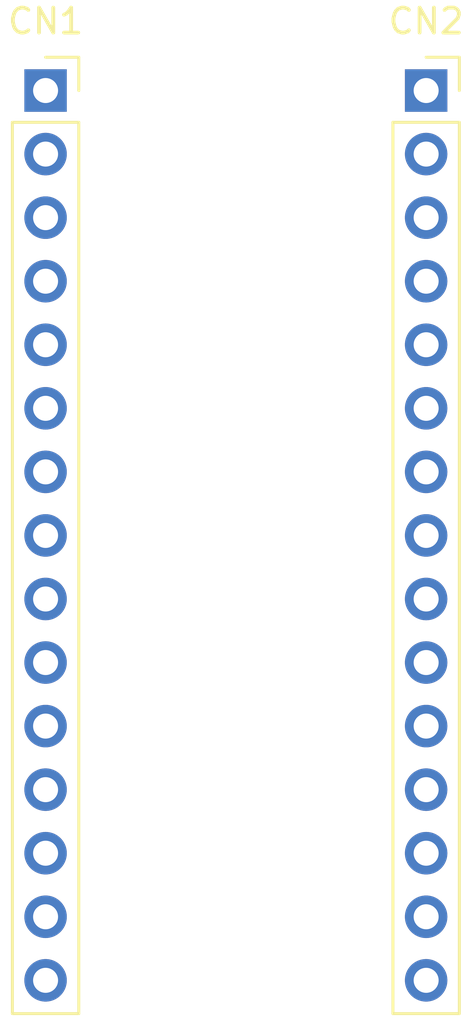
<source format=kicad_pcb>
(kicad_pcb (version 20171130) (host pcbnew 5.1.9-73d0e3b20d~88~ubuntu18.04.1)

  (general
    (thickness 1.6)
    (drawings 0)
    (tracks 0)
    (zones 0)
    (modules 2)
    (nets 29)
  )

  (page A4)
  (title_block
    (title NUCLEO-32-MB1180)
  )

  (layers
    (0 F.Cu signal)
    (31 B.Cu signal)
    (32 B.Adhes user)
    (33 F.Adhes user)
    (34 B.Paste user)
    (35 F.Paste user)
    (36 B.SilkS user)
    (37 F.SilkS user)
    (38 B.Mask user)
    (39 F.Mask user)
    (40 Dwgs.User user)
    (41 Cmts.User user)
    (42 Eco1.User user)
    (43 Eco2.User user)
    (44 Edge.Cuts user)
    (45 Margin user)
    (46 B.CrtYd user)
    (47 F.CrtYd user)
    (48 B.Fab user)
    (49 F.Fab user)
  )

  (setup
    (last_trace_width 0.25)
    (trace_clearance 0.2)
    (zone_clearance 0.508)
    (zone_45_only no)
    (trace_min 0.2)
    (via_size 0.8)
    (via_drill 0.4)
    (via_min_size 0.4)
    (via_min_drill 0.3)
    (uvia_size 0.3)
    (uvia_drill 0.1)
    (uvias_allowed no)
    (uvia_min_size 0.2)
    (uvia_min_drill 0.1)
    (edge_width 0.05)
    (segment_width 0.2)
    (pcb_text_width 0.3)
    (pcb_text_size 1.5 1.5)
    (mod_edge_width 0.12)
    (mod_text_size 1 1)
    (mod_text_width 0.15)
    (pad_size 1.524 1.524)
    (pad_drill 0.762)
    (pad_to_mask_clearance 0)
    (aux_axis_origin 139.7 91.44)
    (visible_elements FFFFFF7F)
    (pcbplotparams
      (layerselection 0x010fc_ffffffff)
      (usegerberextensions false)
      (usegerberattributes true)
      (usegerberadvancedattributes true)
      (creategerberjobfile true)
      (excludeedgelayer true)
      (linewidth 0.100000)
      (plotframeref false)
      (viasonmask false)
      (mode 1)
      (useauxorigin false)
      (hpglpennumber 1)
      (hpglpenspeed 20)
      (hpglpendiameter 15.000000)
      (psnegative false)
      (psa4output false)
      (plotreference true)
      (plotvalue true)
      (plotinvisibletext false)
      (padsonsilk false)
      (subtractmaskfromsilk false)
      (outputformat 1)
      (mirror false)
      (drillshape 1)
      (scaleselection 1)
      (outputdirectory ""))
  )

  (net 0 "")
  (net 1 /Connectors/PB14)
  (net 2 /Connectors/PB5)
  (net 3 /Connectors/PA11)
  (net 4 /Connectors/PA8)
  (net 5 /Connectors/PF1)
  (net 6 /Connectors/PF0)
  (net 7 /Connectors/PB1)
  (net 8 /Connectors/PB6)
  (net 9 /Connectors/PB7)
  (net 10 /Connectors/PB0)
  (net 11 /Connectors/PA12)
  (net 12 GND)
  (net 13 /Connectors/NRST)
  (net 14 /Connectors/PA10)
  (net 15 /Connectors/PA9)
  (net 16 /Connectors/VIN)
  (net 17 +5V)
  (net 18 /Connectors/PA2)
  (net 19 /Connectors/PA7)
  (net 20 /Connectors/PA6)
  (net 21 /Connectors/PA5)
  (net 22 /Connectors/PA4)
  (net 23 /Connectors/PA3)
  (net 24 /Connectors/PA1)
  (net 25 /Connectors/PA0)
  (net 26 /Connectors/AREF)
  (net 27 +3V3)
  (net 28 /Connectors/PB3)

  (net_class Default "This is the default net class."
    (clearance 0.2)
    (trace_width 0.25)
    (via_dia 0.8)
    (via_drill 0.4)
    (uvia_dia 0.3)
    (uvia_drill 0.1)
    (add_net +3V3)
    (add_net +5V)
    (add_net /Connectors/AREF)
    (add_net /Connectors/NRST)
    (add_net /Connectors/PA0)
    (add_net /Connectors/PA1)
    (add_net /Connectors/PA10)
    (add_net /Connectors/PA11)
    (add_net /Connectors/PA12)
    (add_net /Connectors/PA2)
    (add_net /Connectors/PA3)
    (add_net /Connectors/PA4)
    (add_net /Connectors/PA5)
    (add_net /Connectors/PA6)
    (add_net /Connectors/PA7)
    (add_net /Connectors/PA8)
    (add_net /Connectors/PA9)
    (add_net /Connectors/PB0)
    (add_net /Connectors/PB1)
    (add_net /Connectors/PB14)
    (add_net /Connectors/PB3)
    (add_net /Connectors/PB5)
    (add_net /Connectors/PB6)
    (add_net /Connectors/PB7)
    (add_net /Connectors/PF0)
    (add_net /Connectors/PF1)
    (add_net /Connectors/VIN)
    (add_net GND)
  )

  (module Connector_PinSocket_2.54mm:PinSocket_1x15_P2.54mm_Vertical locked (layer F.Cu) (tedit 5A19A41D) (tstamp 600C379E)
    (at 139.7 91.44)
    (descr "Through hole straight socket strip, 1x15, 2.54mm pitch, single row (from Kicad 4.0.7), script generated")
    (tags "Through hole socket strip THT 1x15 2.54mm single row")
    (path /600C228D/600C2485)
    (fp_text reference CN1 (at 0 -2.77) (layer F.SilkS)
      (effects (font (size 1 1) (thickness 0.15)))
    )
    (fp_text value Conn_01x15 (at 0 38.33) (layer F.Fab) hide
      (effects (font (size 1 1) (thickness 0.15)))
    )
    (fp_line (start -1.8 37.3) (end -1.8 -1.8) (layer F.CrtYd) (width 0.05))
    (fp_line (start 1.75 37.3) (end -1.8 37.3) (layer F.CrtYd) (width 0.05))
    (fp_line (start 1.75 -1.8) (end 1.75 37.3) (layer F.CrtYd) (width 0.05))
    (fp_line (start -1.8 -1.8) (end 1.75 -1.8) (layer F.CrtYd) (width 0.05))
    (fp_line (start 0 -1.33) (end 1.33 -1.33) (layer F.SilkS) (width 0.12))
    (fp_line (start 1.33 -1.33) (end 1.33 0) (layer F.SilkS) (width 0.12))
    (fp_line (start 1.33 1.27) (end 1.33 36.89) (layer F.SilkS) (width 0.12))
    (fp_line (start -1.33 36.89) (end 1.33 36.89) (layer F.SilkS) (width 0.12))
    (fp_line (start -1.33 1.27) (end -1.33 36.89) (layer F.SilkS) (width 0.12))
    (fp_line (start -1.33 1.27) (end 1.33 1.27) (layer F.SilkS) (width 0.12))
    (fp_line (start -1.27 36.83) (end -1.27 -1.27) (layer F.Fab) (width 0.1))
    (fp_line (start 1.27 36.83) (end -1.27 36.83) (layer F.Fab) (width 0.1))
    (fp_line (start 1.27 -0.635) (end 1.27 36.83) (layer F.Fab) (width 0.1))
    (fp_line (start 0.635 -1.27) (end 1.27 -0.635) (layer F.Fab) (width 0.1))
    (fp_line (start -1.27 -1.27) (end 0.635 -1.27) (layer F.Fab) (width 0.1))
    (fp_text user %R (at 0 17.78 90) (layer F.Fab) hide
      (effects (font (size 1 1) (thickness 0.15)))
    )
    (pad 15 thru_hole oval (at 0 35.56) (size 1.7 1.7) (drill 1) (layers *.Cu *.Mask)
      (net 1 /Connectors/PB14))
    (pad 14 thru_hole oval (at 0 33.02) (size 1.7 1.7) (drill 1) (layers *.Cu *.Mask)
      (net 2 /Connectors/PB5))
    (pad 13 thru_hole oval (at 0 30.48) (size 1.7 1.7) (drill 1) (layers *.Cu *.Mask)
      (net 3 /Connectors/PA11))
    (pad 12 thru_hole oval (at 0 27.94) (size 1.7 1.7) (drill 1) (layers *.Cu *.Mask)
      (net 4 /Connectors/PA8))
    (pad 11 thru_hole oval (at 0 25.4) (size 1.7 1.7) (drill 1) (layers *.Cu *.Mask)
      (net 5 /Connectors/PF1))
    (pad 10 thru_hole oval (at 0 22.86) (size 1.7 1.7) (drill 1) (layers *.Cu *.Mask)
      (net 6 /Connectors/PF0))
    (pad 9 thru_hole oval (at 0 20.32) (size 1.7 1.7) (drill 1) (layers *.Cu *.Mask)
      (net 7 /Connectors/PB1))
    (pad 8 thru_hole oval (at 0 17.78) (size 1.7 1.7) (drill 1) (layers *.Cu *.Mask)
      (net 8 /Connectors/PB6))
    (pad 7 thru_hole oval (at 0 15.24) (size 1.7 1.7) (drill 1) (layers *.Cu *.Mask)
      (net 9 /Connectors/PB7))
    (pad 6 thru_hole oval (at 0 12.7) (size 1.7 1.7) (drill 1) (layers *.Cu *.Mask)
      (net 10 /Connectors/PB0))
    (pad 5 thru_hole oval (at 0 10.16) (size 1.7 1.7) (drill 1) (layers *.Cu *.Mask)
      (net 11 /Connectors/PA12))
    (pad 4 thru_hole oval (at 0 7.62) (size 1.7 1.7) (drill 1) (layers *.Cu *.Mask)
      (net 12 GND))
    (pad 3 thru_hole oval (at 0 5.08) (size 1.7 1.7) (drill 1) (layers *.Cu *.Mask)
      (net 13 /Connectors/NRST))
    (pad 2 thru_hole oval (at 0 2.54) (size 1.7 1.7) (drill 1) (layers *.Cu *.Mask)
      (net 14 /Connectors/PA10))
    (pad 1 thru_hole rect (at 0 0) (size 1.7 1.7) (drill 1) (layers *.Cu *.Mask)
      (net 15 /Connectors/PA9))
    (model ${KISYS3DMOD}/Connector_PinSocket_2.54mm.3dshapes/PinSocket_1x15_P2.54mm_Vertical.wrl
      (at (xyz 0 0 0))
      (scale (xyz 1 1 1))
      (rotate (xyz 0 0 0))
    )
  )

  (module Connector_PinSocket_2.54mm:PinSocket_1x15_P2.54mm_Vertical locked (layer F.Cu) (tedit 5A19A41D) (tstamp 600C37C1)
    (at 154.94 91.44)
    (descr "Through hole straight socket strip, 1x15, 2.54mm pitch, single row (from Kicad 4.0.7), script generated")
    (tags "Through hole socket strip THT 1x15 2.54mm single row")
    (path /600C228D/600C5B3D)
    (fp_text reference CN2 (at 0 -2.77) (layer F.SilkS)
      (effects (font (size 1 1) (thickness 0.15)))
    )
    (fp_text value Conn_01x15 (at 0 38.33) (layer F.Fab) hide
      (effects (font (size 1 1) (thickness 0.15)))
    )
    (fp_line (start -1.27 -1.27) (end 0.635 -1.27) (layer F.Fab) (width 0.1))
    (fp_line (start 0.635 -1.27) (end 1.27 -0.635) (layer F.Fab) (width 0.1))
    (fp_line (start 1.27 -0.635) (end 1.27 36.83) (layer F.Fab) (width 0.1))
    (fp_line (start 1.27 36.83) (end -1.27 36.83) (layer F.Fab) (width 0.1))
    (fp_line (start -1.27 36.83) (end -1.27 -1.27) (layer F.Fab) (width 0.1))
    (fp_line (start -1.33 1.27) (end 1.33 1.27) (layer F.SilkS) (width 0.12))
    (fp_line (start -1.33 1.27) (end -1.33 36.89) (layer F.SilkS) (width 0.12))
    (fp_line (start -1.33 36.89) (end 1.33 36.89) (layer F.SilkS) (width 0.12))
    (fp_line (start 1.33 1.27) (end 1.33 36.89) (layer F.SilkS) (width 0.12))
    (fp_line (start 1.33 -1.33) (end 1.33 0) (layer F.SilkS) (width 0.12))
    (fp_line (start 0 -1.33) (end 1.33 -1.33) (layer F.SilkS) (width 0.12))
    (fp_line (start -1.8 -1.8) (end 1.75 -1.8) (layer F.CrtYd) (width 0.05))
    (fp_line (start 1.75 -1.8) (end 1.75 37.3) (layer F.CrtYd) (width 0.05))
    (fp_line (start 1.75 37.3) (end -1.8 37.3) (layer F.CrtYd) (width 0.05))
    (fp_line (start -1.8 37.3) (end -1.8 -1.8) (layer F.CrtYd) (width 0.05))
    (fp_text user %R (at 0 17.78 90) (layer F.Fab) hide
      (effects (font (size 1 1) (thickness 0.15)))
    )
    (pad 1 thru_hole rect (at 0 0) (size 1.7 1.7) (drill 1) (layers *.Cu *.Mask)
      (net 16 /Connectors/VIN))
    (pad 2 thru_hole oval (at 0 2.54) (size 1.7 1.7) (drill 1) (layers *.Cu *.Mask)
      (net 12 GND))
    (pad 3 thru_hole oval (at 0 5.08) (size 1.7 1.7) (drill 1) (layers *.Cu *.Mask)
      (net 13 /Connectors/NRST))
    (pad 4 thru_hole oval (at 0 7.62) (size 1.7 1.7) (drill 1) (layers *.Cu *.Mask)
      (net 17 +5V))
    (pad 5 thru_hole oval (at 0 10.16) (size 1.7 1.7) (drill 1) (layers *.Cu *.Mask)
      (net 18 /Connectors/PA2))
    (pad 6 thru_hole oval (at 0 12.7) (size 1.7 1.7) (drill 1) (layers *.Cu *.Mask)
      (net 19 /Connectors/PA7))
    (pad 7 thru_hole oval (at 0 15.24) (size 1.7 1.7) (drill 1) (layers *.Cu *.Mask)
      (net 20 /Connectors/PA6))
    (pad 8 thru_hole oval (at 0 17.78) (size 1.7 1.7) (drill 1) (layers *.Cu *.Mask)
      (net 21 /Connectors/PA5))
    (pad 9 thru_hole oval (at 0 20.32) (size 1.7 1.7) (drill 1) (layers *.Cu *.Mask)
      (net 22 /Connectors/PA4))
    (pad 10 thru_hole oval (at 0 22.86) (size 1.7 1.7) (drill 1) (layers *.Cu *.Mask)
      (net 23 /Connectors/PA3))
    (pad 11 thru_hole oval (at 0 25.4) (size 1.7 1.7) (drill 1) (layers *.Cu *.Mask)
      (net 24 /Connectors/PA1))
    (pad 12 thru_hole oval (at 0 27.94) (size 1.7 1.7) (drill 1) (layers *.Cu *.Mask)
      (net 25 /Connectors/PA0))
    (pad 13 thru_hole oval (at 0 30.48) (size 1.7 1.7) (drill 1) (layers *.Cu *.Mask)
      (net 26 /Connectors/AREF))
    (pad 14 thru_hole oval (at 0 33.02) (size 1.7 1.7) (drill 1) (layers *.Cu *.Mask)
      (net 27 +3V3))
    (pad 15 thru_hole oval (at 0 35.56) (size 1.7 1.7) (drill 1) (layers *.Cu *.Mask)
      (net 28 /Connectors/PB3))
    (model ${KISYS3DMOD}/Connector_PinSocket_2.54mm.3dshapes/PinSocket_1x15_P2.54mm_Vertical.wrl
      (at (xyz 0 0 0))
      (scale (xyz 1 1 1))
      (rotate (xyz 0 0 0))
    )
  )

)

</source>
